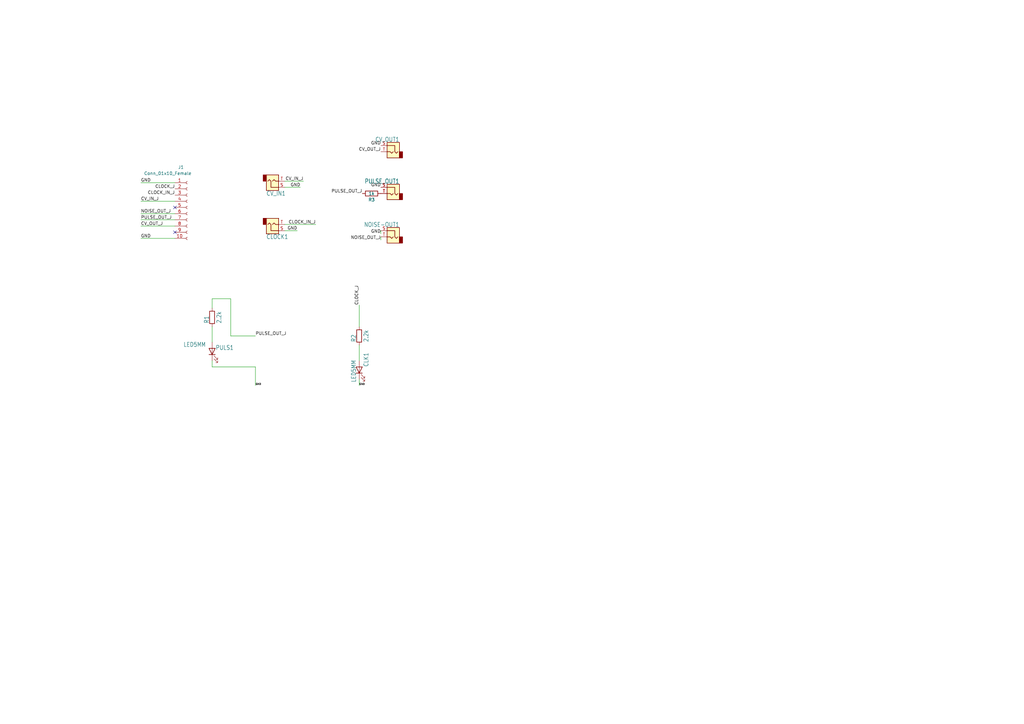
<source format=kicad_sch>
(kicad_sch (version 20211123) (generator eeschema)
  (paper "A3")
  (lib_symbols
    (symbol "Connector:Conn_01x10_Female" (pin_names (offset 1.016) hide)
      (property "Reference" "J" (at 0 12.7 0))
      (property "Value" "Conn_01x10_Female" (at 0 -15.24 0))
      (symbol "Conn_01x10_Female_1_1"
        (arc (start 0 -12.192) (mid -0.508 -12.7) (end 0 -13.208) (stroke (width 0.1524)))
        (arc (start 0 -9.652) (mid -0.508 -10.16) (end 0 -10.668) (stroke (width 0.1524)))
        (arc (start 0 -7.112) (mid -0.508 -7.62) (end 0 -8.128) (stroke (width 0.1524)))
        (arc (start 0 -4.572) (mid -0.508 -5.08) (end 0 -5.588) (stroke (width 0.1524)))
        (arc (start 0 -2.032) (mid -0.508 -2.54) (end 0 -3.048) (stroke (width 0.1524)))
        (polyline (pts (xy -1.27 -12.7) (xy -0.508 -12.7)) (stroke (width 0.1524)))
        (polyline (pts (xy -1.27 -10.16) (xy -0.508 -10.16)) (stroke (width 0.1524)))
        (polyline (pts (xy -1.27 -7.62) (xy -0.508 -7.62)) (stroke (width 0.1524)))
        (polyline (pts (xy -1.27 -5.08) (xy -0.508 -5.08)) (stroke (width 0.1524)))
        (polyline (pts (xy -1.27 -2.54) (xy -0.508 -2.54)) (stroke (width 0.1524)))
        (polyline (pts (xy -1.27 0) (xy -0.508 0)) (stroke (width 0.1524)))
        (polyline (pts (xy -1.27 2.54) (xy -0.508 2.54)) (stroke (width 0.1524)))
        (polyline (pts (xy -1.27 5.08) (xy -0.508 5.08)) (stroke (width 0.1524)))
        (polyline (pts (xy -1.27 7.62) (xy -0.508 7.62)) (stroke (width 0.1524)))
        (polyline (pts (xy -1.27 10.16) (xy -0.508 10.16)) (stroke (width 0.1524)))
        (arc (start 0 0.508) (mid -0.508 0) (end 0 -0.508) (stroke (width 0.1524)))
        (arc (start 0 3.048) (mid -0.508 2.54) (end 0 2.032) (stroke (width 0.1524)))
        (arc (start 0 5.588) (mid -0.508 5.08) (end 0 4.572) (stroke (width 0.1524)))
        (arc (start 0 8.128) (mid -0.508 7.62) (end 0 7.112) (stroke (width 0.1524)))
        (arc (start 0 10.668) (mid -0.508 10.16) (end 0 9.652) (stroke (width 0.1524)))
        (pin passive line (at -5.08 10.16 0) (length 3.81) (name "Pin_1") (number "1"))
        (pin passive line (at -5.08 -12.7 0) (length 3.81) (name "Pin_10") (number "10"))
        (pin passive line (at -5.08 7.62 0) (length 3.81) (name "Pin_2") (number "2"))
        (pin passive line (at -5.08 5.08 0) (length 3.81) (name "Pin_3") (number "3"))
        (pin passive line (at -5.08 2.54 0) (length 3.81) (name "Pin_4") (number "4"))
        (pin passive line (at -5.08 0 0) (length 3.81) (name "Pin_5") (number "5"))
        (pin passive line (at -5.08 -2.54 0) (length 3.81) (name "Pin_6") (number "6"))
        (pin passive line (at -5.08 -5.08 0) (length 3.81) (name "Pin_7") (number "7"))
        (pin passive line (at -5.08 -7.62 0) (length 3.81) (name "Pin_8") (number "8"))
        (pin passive line (at -5.08 -10.16 0) (length 3.81) (name "Pin_9") (number "9"))
      )
    )
    (symbol "ao_symbols:AudioJack2"
      (property "Reference" "J" (at 0 8.89 0))
      (property "Value" "AudioJack2" (at 0 6.35 0))
      (symbol "AudioJack2_0_1"
        (rectangle (start -3.81 0) (end -2.54 -2.54) (stroke (width 0.254)) (fill (type outline)))
        (rectangle (start -2.54 3.81) (end 2.54 -2.54) (stroke (width 0.254)) (fill (type background)))
        (polyline (pts (xy 0 0) (xy 0.635 -0.635) (xy 1.27 0) (xy 2.54 0)) (stroke (width 0.254)))
        (polyline (pts (xy 2.54 2.54) (xy -0.635 2.54) (xy -0.635 0) (xy -1.27 -0.635) (xy -1.905 0)) (stroke (width 0.254)))
      )
      (symbol "AudioJack2_1_1"
        (pin passive line (at 5.08 2.54 180) (length 2.54) (name "~") (number "S"))
        (pin passive line (at 5.08 0 180) (length 2.54) (name "~") (number "T"))
      )
    )
    (symbol "ao_symbols:LED_green" (pin_numbers hide) (pin_names (offset 1.016) hide)
      (property "Reference" "D" (at 0 2.54 0))
      (property "Value" "LED_green" (at 0 -2.54 0))
      (symbol "LED_green_0_1"
        (polyline (pts (xy -1.27 -1.27) (xy -1.27 1.27)) (stroke (width 0.254)))
        (polyline (pts (xy -1.27 0) (xy 1.27 0)))
        (polyline (pts (xy 1.27 -1.27) (xy 1.27 1.27) (xy -1.27 0) (xy 1.27 -1.27)) (stroke (width 0.254)))
        (polyline (pts (xy -3.048 -0.762) (xy -4.572 -2.286) (xy -3.81 -2.286) (xy -4.572 -2.286) (xy -4.572 -1.524)))
        (polyline (pts (xy -1.778 -0.762) (xy -3.302 -2.286) (xy -2.54 -2.286) (xy -3.302 -2.286) (xy -3.302 -1.524)))
      )
      (symbol "LED_green_1_1"
        (pin passive line (at -3.81 0 0) (length 2.54) (name "K") (number "1"))
        (pin passive line (at 3.81 0 180) (length 2.54) (name "A") (number "2"))
      )
    )
    (symbol "ao_symbols:R" (pin_numbers hide) (pin_names (offset 0))
      (property "Reference" "R" (at 2.032 0 90))
      (property "Value" "R" (at 0 0 90))
      (symbol "R_0_1"
        (rectangle (start -1.016 -2.54) (end 1.016 2.54) (stroke (width 0.254)))
      )
      (symbol "R_1_1"
        (pin passive line (at 0 3.81 270) (length 1.27) (name "~") (number "1"))
        (pin passive line (at 0 -3.81 90) (length 1.27) (name "~") (number "2"))
      )
    )
  )
  (no_connect (at 71.755 95.25))
  (no_connect (at 71.755 85.09))
  (wire (pts (xy 57.785 92.71) (xy 71.755 92.71)))
  (wire (pts (xy 156.21 94.615) (xy 156.21 95.885)))
  (wire (pts (xy 121.92 94.615) (xy 116.84 94.615)))
  (wire (pts (xy 104.775 137.795) (xy 94.615 137.795)))
  (wire (pts (xy 124.46 74.295) (xy 116.84 74.295)))
  (wire (pts (xy 156.21 97.155) (xy 156.21 98.425)))
  (wire (pts (xy 147.32 141.605) (xy 147.32 147.955)))
  (wire (pts (xy 86.995 122.555) (xy 86.995 126.365)))
  (wire (pts (xy 86.995 133.985) (xy 86.995 140.335)))
  (wire (pts (xy 57.785 74.93) (xy 71.755 74.93)))
  (wire (pts (xy 86.995 147.955) (xy 86.995 150.495)))
  (wire (pts (xy 94.615 137.795) (xy 94.615 122.555)))
  (wire (pts (xy 57.785 87.63) (xy 71.755 87.63)))
  (wire (pts (xy 57.785 90.17) (xy 71.755 90.17)))
  (wire (pts (xy 123.19 76.835) (xy 116.84 76.835)))
  (wire (pts (xy 57.785 82.55) (xy 71.755 82.55)))
  (wire (pts (xy 147.32 155.575) (xy 147.32 158.115)))
  (wire (pts (xy 57.785 97.79) (xy 71.755 97.79)))
  (wire (pts (xy 129.54 92.075) (xy 116.84 92.075)))
  (wire (pts (xy 104.775 150.495) (xy 104.775 158.115)))
  (wire (pts (xy 86.995 122.555) (xy 94.615 122.555)))
  (wire (pts (xy 86.995 150.495) (xy 104.775 150.495)))
  (wire (pts (xy 147.32 125.095) (xy 147.32 133.985)))
  (label "GND" (at 156.21 95.885 180))
  (label "GND" (at 123.19 76.835 180))
  (label "GND" (at 57.785 97.79 0))
  (label "PULSE_OUT_J" (at 104.775 137.795 0))
  (label "CLOCK_IN_J" (at 129.54 92.075 180))
  (label "CV_IN_J" (at 124.46 74.295 180))
  (label "CV_IN_J" (at 57.785 82.55 0))
  (label "PULSE_OUT_J" (at 57.785 90.17 0))
  (label "NOISE_OUT_J" (at 156.21 98.425 180))
  (label "GND" (at 104.775 158.115 0) (effects (font (size 0.7112 0.7112))))
  (label "GND" (at 156.21 59.69 180))
  (label "NOISE_OUT_J" (at 57.785 87.63 0))
  (label "CLOCK_J" (at 147.32 125.095 90) (effects (font (size 1.2446 1.2446))))
  (label "CV_OUT_J" (at 156.21 62.23 180))
  (label "GND" (at 57.785 74.93 0))
  (label "PULSE_OUT_J" (at 148.59 79.375 180))
  (label "CV_OUT_J" (at 57.785 92.71 0))
  (label "CLOCK_IN_J" (at 71.755 80.01 180))
  (label "CLOCK_J" (at 71.755 77.47 180) (effects (font (size 1.2446 1.2446))))
  (label "GND" (at 147.32 158.115 0) (effects (font (size 0.7112 0.7112))))
  (label "GND" (at 156.21 76.835 180))
  (label "GND" (at 121.92 94.615 180))
  (symbol (lib_id "ao_symbols:AudioJack2") (at 161.29 62.23 0) (mirror y) (unit 1)
    (property "Reference" "CV_OUT1" (at 163.83 58.166 0) (effects (font (size 1.778 1.5113)) (justify left bottom)))
    (property "Value" "THONKICONNNEW" (effects hide))
    (property "Footprint" "ao_tht:Jack_6.35mm_PJ_629HAN" (effects hide))
    (property "Vendor" "Tayda" (effects hide))
    (property "SKU" "A-1121" (effects hide))
  )
  (symbol (lib_id "ao_symbols:R") (at 86.995 130.175 0) (unit 1)
    (property "Reference" "R1" (at 85.725 132.715 90) (effects (font (size 1.778 1.5113)) (justify left bottom)))
    (property "Value" "2.2k" (at 90.805 132.715 90) (effects (font (size 1.778 1.5113)) (justify left bottom)))
    (property "Footprint" "ao_tht:R_Axial_DIN0207_L6.3mm_D2.5mm_P10.16mm_Horizontal" (effects hide))
    (property "Vendor" "Tayda" (effects hide))
  )
  (symbol (lib_id "ao_symbols:AudioJack2") (at 111.76 74.295 0) (mirror x) (unit 1)
    (property "Reference" "CV_IN1" (at 109.22 78.359 0) (effects (font (size 1.778 1.5113)) (justify left bottom)))
    (property "Value" "THONKICONNNEW" (effects hide))
    (property "Footprint" "ao_tht:Jack_6.35mm_PJ_629HAN" (effects hide))
    (property "Vendor" "Tayda" (effects hide))
    (property "SKU" "A-1121" (effects hide))
  )
  (symbol (lib_id "ao_symbols:AudioJack2") (at 161.29 97.155 0) (mirror y) (unit 1)
    (property "Reference" "NOISE-OUT1" (at 163.83 93.091 0) (effects (font (size 1.778 1.5113)) (justify left bottom)))
    (property "Value" "THONKICONNNEW" (effects hide))
    (property "Footprint" "ao_tht:Jack_6.35mm_PJ_629HAN" (effects hide))
    (property "Vendor" "Tayda" (effects hide))
    (property "SKU" "A-1121" (effects hide))
  )
  (symbol (lib_id "Connector:Conn_01x10_Female") (at 76.835 85.09 0) (unit 1)
    (property "Reference" "J1" (at 73.025 68.58 0) (effects (justify left)))
    (property "Value" "Conn_01x10_Female" (at 59.055 71.12 0) (effects (justify left)))
    (property "Footprint" "Connector_PinSocket_2.54mm:PinSocket_1x10_P2.54mm_Vertical" (effects hide))
  )
  (symbol (lib_id "ao_symbols:R") (at 152.4 79.375 90) (unit 1)
    (property "Reference" "R3" (at 152.4 81.915 90))
    (property "Value" "1k" (at 152.4 79.375 90))
    (property "Footprint" "ao_tht:R_Axial_DIN0207_L6.3mm_D2.5mm_P10.16mm_Horizontal" (effects hide))
    (property "Vendor" "Tayda" (effects hide))
  )
  (symbol (lib_id "ao_symbols:LED_green") (at 147.32 151.765 90) (unit 1)
    (property "Reference" "CLK1" (at 151.13 150.495 0) (effects (font (size 1.778 1.5113)) (justify left bottom)))
    (property "Value" "LED5MM" (at 146.05 156.845 0) (effects (font (size 1.778 1.5113)) (justify left bottom)))
    (property "Footprint" "ao_tht:LED_D5.0mm" (effects hide))
    (property "Vendor" "Tayda" (effects hide))
    (property "SKU" "A-1553" (effects hide))
  )
  (symbol (lib_id "ao_symbols:AudioJack2") (at 161.29 79.375 0) (mirror y) (unit 1)
    (property "Reference" "PULSE_OUT1" (at 163.83 75.311 0) (effects (font (size 1.778 1.5113)) (justify left bottom)))
    (property "Value" "THONKICONNNEW" (effects hide))
    (property "Footprint" "ao_tht:Jack_6.35mm_PJ_629HAN" (effects hide))
    (property "Vendor" "Tayda" (effects hide))
    (property "SKU" "A-1121" (effects hide))
  )
  (symbol (lib_id "ao_symbols:AudioJack2") (at 111.76 92.075 0) (mirror x) (unit 1)
    (property "Reference" "CLOCK1" (at 109.22 96.139 0) (effects (font (size 1.778 1.5113)) (justify left bottom)))
    (property "Value" "THONKICONNNEW" (effects hide))
    (property "Footprint" "ao_tht:Jack_6.35mm_PJ_629HAN" (effects hide))
    (property "Vendor" "Tayda" (effects hide))
    (property "SKU" "A-1121" (effects hide))
  )
  (symbol (lib_id "ao_symbols:LED_green") (at 86.995 144.145 90) (unit 1)
    (property "Reference" "PULS1" (at 95.885 141.605 90) (effects (font (size 1.778 1.5113)) (justify left bottom)))
    (property "Value" "LED5MM" (at 84.455 140.335 90) (effects (font (size 1.778 1.5113)) (justify left bottom)))
    (property "Footprint" "ao_tht:LED_D5.0mm" (effects hide))
    (property "Vendor" "Tayda" (effects hide))
    (property "SKU" "A-1553" (effects hide))
  )
  (symbol (lib_id "ao_symbols:R") (at 147.32 137.795 0) (unit 1)
    (property "Reference" "R2" (at 146.05 140.335 90) (effects (font (size 1.778 1.5113)) (justify left bottom)))
    (property "Value" "2.2k" (at 151.13 140.335 90) (effects (font (size 1.778 1.5113)) (justify left bottom)))
    (property "Footprint" "ao_tht:R_Axial_DIN0207_L6.3mm_D2.5mm_P10.16mm_Horizontal" (effects hide))
    (property "Vendor" "Tayda" (effects hide))
  )
)
</source>
